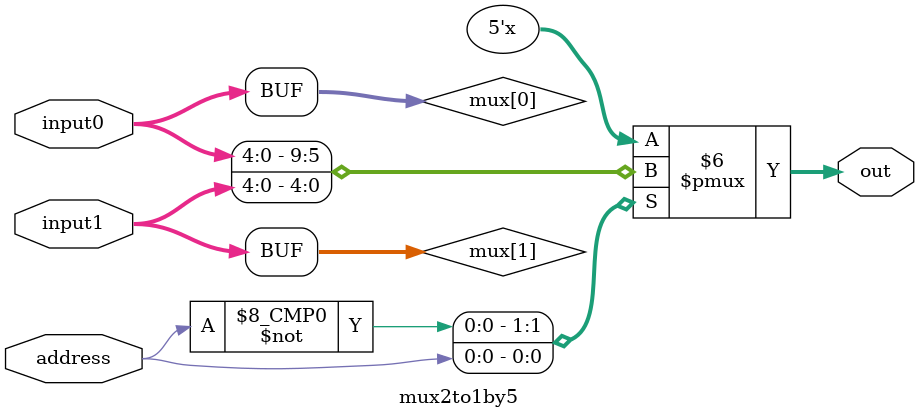
<source format=v>
module mux2to1by5
(
output [4:0] out,
input         address,
input  [4:0] input0, input1
);

  wire [4:0] mux [1:0];
  assign mux[0] = input0;
  assign mux[1] = input1;

  assign out = mux[address];
endmodule

</source>
